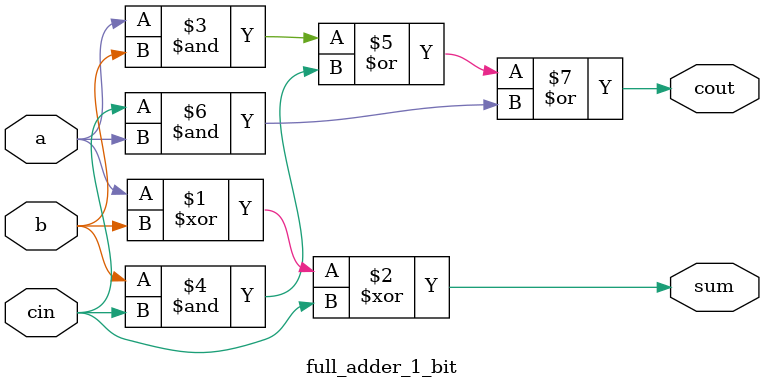
<source format=v>
module full_adder_1_bit (
    input a,      
    input b,      
    input cin,    
    output sum,   
    output cout   
);
    assign sum = a ^ b ^ cin;
    assign cout = (a & b) | (b & cin) | (cin & a);
endmodule

</source>
